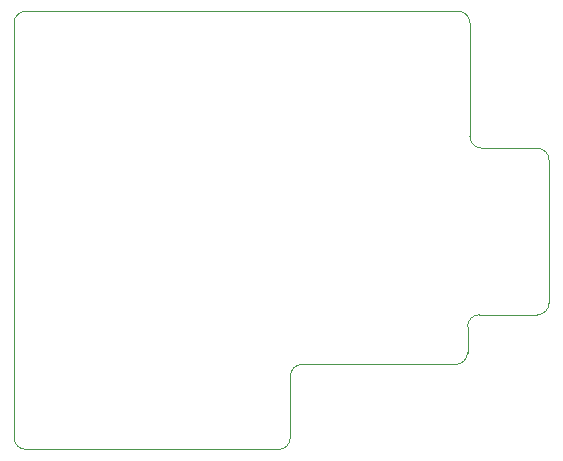
<source format=gm1>
G04 #@! TF.GenerationSoftware,KiCad,Pcbnew,7.0.8*
G04 #@! TF.CreationDate,2024-04-19T19:41:21-04:00*
G04 #@! TF.ProjectId,programmer,70726f67-7261-46d6-9d65-722e6b696361,rev?*
G04 #@! TF.SameCoordinates,Original*
G04 #@! TF.FileFunction,Profile,NP*
%FSLAX46Y46*%
G04 Gerber Fmt 4.6, Leading zero omitted, Abs format (unit mm)*
G04 Created by KiCad (PCBNEW 7.0.8) date 2024-04-19 19:41:21*
%MOMM*%
%LPD*%
G01*
G04 APERTURE LIST*
G04 #@! TA.AperFunction,Profile*
%ADD10C,0.100000*%
G04 #@! TD*
G04 APERTURE END LIST*
D10*
X98000000Y-62900000D02*
X134600000Y-62900000D01*
X97000000Y-99000000D02*
X97000000Y-63900000D01*
X141300000Y-88600000D02*
X136400000Y-88600000D01*
X141300000Y-88600000D02*
G75*
G03*
X142300000Y-87600000I0J1000000D01*
G01*
X135600000Y-73500000D02*
G75*
G03*
X136600000Y-74500000I1000000J0D01*
G01*
X135600000Y-63900000D02*
X135600000Y-73500000D01*
X136600000Y-74500000D02*
X141300000Y-74500000D01*
X119400000Y-100000000D02*
G75*
G03*
X120400000Y-99000000I0J1000000D01*
G01*
X135600000Y-63900000D02*
G75*
G03*
X134600000Y-62900000I-1000000J0D01*
G01*
X142300000Y-75500000D02*
X142300000Y-87600000D01*
X134400000Y-92800000D02*
G75*
G03*
X135400000Y-91800000I0J1000000D01*
G01*
X136400000Y-88600000D02*
G75*
G03*
X135400000Y-89600000I0J-1000000D01*
G01*
X98000000Y-62900000D02*
G75*
G03*
X97000000Y-63900000I0J-1000000D01*
G01*
X135400000Y-89600000D02*
X135400000Y-91800000D01*
X134400000Y-92800000D02*
X121400000Y-92800000D01*
X119400000Y-100000000D02*
X98000000Y-100000000D01*
X142300000Y-75500000D02*
G75*
G03*
X141300000Y-74500000I-1000000J0D01*
G01*
X120400000Y-93800000D02*
X120400000Y-99000000D01*
X121400000Y-92800000D02*
G75*
G03*
X120400000Y-93800000I0J-1000000D01*
G01*
X97000000Y-99000000D02*
G75*
G03*
X98000000Y-100000000I1000000J0D01*
G01*
M02*

</source>
